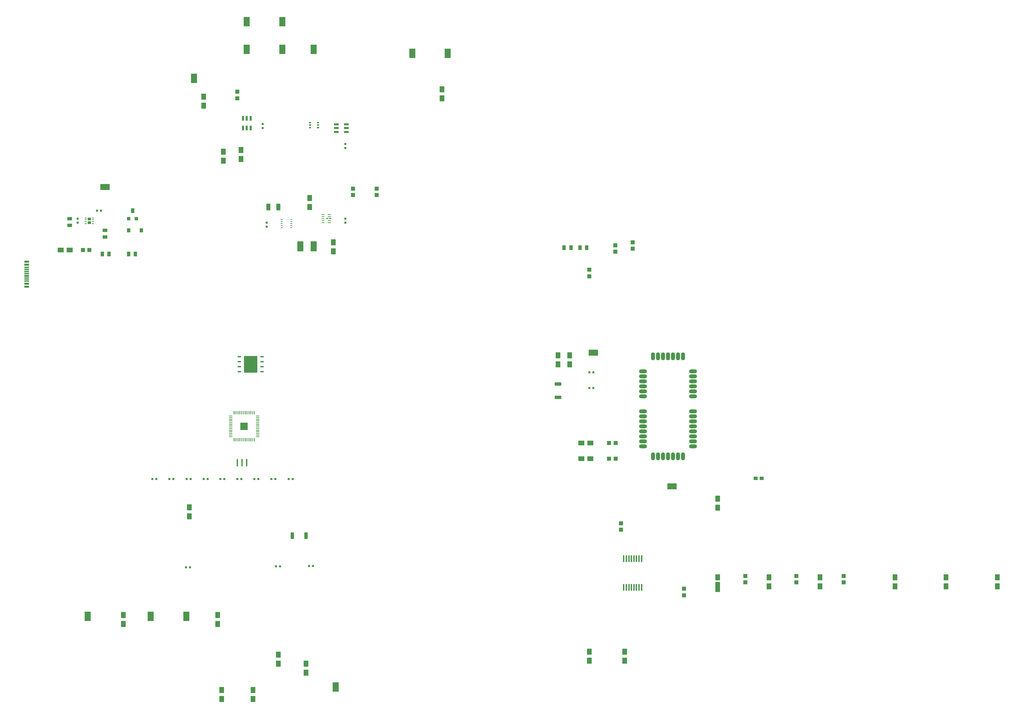
<source format=gbr>
%TF.GenerationSoftware,Altium Limited,Altium Designer,24.2.2 (26)*%
G04 Layer_Color=8421504*
%FSLAX45Y45*%
%MOMM*%
%TF.SameCoordinates,E801744C-0769-472F-B71A-A4CB6A2CC1AD*%
%TF.FilePolarity,Positive*%
%TF.FileFunction,Paste,Top*%
%TF.Part,Single*%
G01*
G75*
%TA.AperFunction,ConnectorPad*%
%ADD10R,1.27000X1.52400*%
%TA.AperFunction,SMDPad,CuDef*%
%ADD11R,1.27000X1.52400*%
G04:AMPARAMS|DCode=12|XSize=1.1mm|YSize=1.1mm|CornerRadius=0.275mm|HoleSize=0mm|Usage=FLASHONLY|Rotation=90.000|XOffset=0mm|YOffset=0mm|HoleType=Round|Shape=RoundedRectangle|*
%AMROUNDEDRECTD12*
21,1,1.10000,0.55000,0,0,90.0*
21,1,0.55000,1.10000,0,0,90.0*
1,1,0.55000,0.27500,0.27500*
1,1,0.55000,0.27500,-0.27500*
1,1,0.55000,-0.27500,-0.27500*
1,1,0.55000,-0.27500,0.27500*
%
%ADD12ROUNDEDRECTD12*%
%ADD13R,1.10000X1.10000*%
G04:AMPARAMS|DCode=14|XSize=0.91mm|YSize=1.07mm|CornerRadius=0.2275mm|HoleSize=0mm|Usage=FLASHONLY|Rotation=180.000|XOffset=0mm|YOffset=0mm|HoleType=Round|Shape=RoundedRectangle|*
%AMROUNDEDRECTD14*
21,1,0.91000,0.61500,0,0,180.0*
21,1,0.45500,1.07000,0,0,180.0*
1,1,0.45500,-0.22750,0.30750*
1,1,0.45500,0.22750,0.30750*
1,1,0.45500,0.22750,-0.30750*
1,1,0.45500,-0.22750,-0.30750*
%
%ADD14ROUNDEDRECTD14*%
%ADD15R,0.60960X0.50800*%
G04:AMPARAMS|DCode=16|XSize=0.6mm|YSize=0.25mm|CornerRadius=0.05mm|HoleSize=0mm|Usage=FLASHONLY|Rotation=0.000|XOffset=0mm|YOffset=0mm|HoleType=Round|Shape=RoundedRectangle|*
%AMROUNDEDRECTD16*
21,1,0.60000,0.15000,0,0,0.0*
21,1,0.50000,0.25000,0,0,0.0*
1,1,0.10000,0.25000,-0.07500*
1,1,0.10000,-0.25000,-0.07500*
1,1,0.10000,-0.25000,0.07500*
1,1,0.10000,0.25000,0.07500*
%
%ADD16ROUNDEDRECTD16*%
G04:AMPARAMS|DCode=17|XSize=0.9mm|YSize=0.25mm|CornerRadius=0.05mm|HoleSize=0mm|Usage=FLASHONLY|Rotation=0.000|XOffset=0mm|YOffset=0mm|HoleType=Round|Shape=RoundedRectangle|*
%AMROUNDEDRECTD17*
21,1,0.90000,0.15000,0,0,0.0*
21,1,0.80000,0.25000,0,0,0.0*
1,1,0.10000,0.40000,-0.07500*
1,1,0.10000,-0.40000,-0.07500*
1,1,0.10000,-0.40000,0.07500*
1,1,0.10000,0.40000,0.07500*
%
%ADD17ROUNDEDRECTD17*%
%ADD19R,0.50800X0.60960*%
%ADD20R,0.91440X1.27000*%
%ADD21R,0.91440X0.91440*%
%ADD22R,2.45000X1.65000*%
G04:AMPARAMS|DCode=24|XSize=0.5mm|YSize=0.25mm|CornerRadius=0.05mm|HoleSize=0mm|Usage=FLASHONLY|Rotation=0.000|XOffset=0mm|YOffset=0mm|HoleType=Round|Shape=RoundedRectangle|*
%AMROUNDEDRECTD24*
21,1,0.50000,0.15000,0,0,0.0*
21,1,0.40000,0.25000,0,0,0.0*
1,1,0.10000,0.20000,-0.07500*
1,1,0.10000,-0.20000,-0.07500*
1,1,0.10000,-0.20000,0.07500*
1,1,0.10000,0.20000,0.07500*
%
%ADD24ROUNDEDRECTD24*%
%ADD25R,1.27000X0.88900*%
G04:AMPARAMS|DCode=26|XSize=1.1mm|YSize=1.1mm|CornerRadius=0.275mm|HoleSize=0mm|Usage=FLASHONLY|Rotation=0.000|XOffset=0mm|YOffset=0mm|HoleType=Round|Shape=RoundedRectangle|*
%AMROUNDEDRECTD26*
21,1,1.10000,0.55000,0,0,0.0*
21,1,0.55000,1.10000,0,0,0.0*
1,1,0.55000,0.27500,-0.27500*
1,1,0.55000,-0.27500,-0.27500*
1,1,0.55000,-0.27500,0.27500*
1,1,0.55000,0.27500,0.27500*
%
%ADD26ROUNDEDRECTD26*%
%ADD27R,1.10000X1.10000*%
%ADD28R,1.52400X1.27000*%
%ADD29R,0.88900X1.27000*%
%TA.AperFunction,ConnectorPad*%
%ADD30R,1.15000X0.60000*%
%ADD31R,1.15000X0.30000*%
%TA.AperFunction,SMDPad,CuDef*%
%ADD32R,1.52400X2.54000*%
%ADD33R,1.00000X0.97000*%
%ADD34R,0.40000X1.90000*%
%ADD35R,1.00000X1.80000*%
%ADD36R,0.43180X1.65100*%
%ADD37R,1.65000X2.45000*%
%TA.AperFunction,ConnectorPad*%
%ADD38R,1.65000X2.45000*%
%TA.AperFunction,SMDPad,CuDef*%
%ADD39R,3.45440X4.34340*%
%ADD40R,0.96520X0.43180*%
G04:AMPARAMS|DCode=41|XSize=1.21mm|YSize=0.58mm|CornerRadius=0.0725mm|HoleSize=0mm|Usage=FLASHONLY|Rotation=0.000|XOffset=0mm|YOffset=0mm|HoleType=Round|Shape=RoundedRectangle|*
%AMROUNDEDRECTD41*
21,1,1.21000,0.43500,0,0,0.0*
21,1,1.06500,0.58000,0,0,0.0*
1,1,0.14500,0.53250,-0.21750*
1,1,0.14500,-0.53250,-0.21750*
1,1,0.14500,-0.53250,0.21750*
1,1,0.14500,0.53250,0.21750*
%
%ADD41ROUNDEDRECTD41*%
G04:AMPARAMS|DCode=42|XSize=1.21mm|YSize=0.58mm|CornerRadius=0.0725mm|HoleSize=0mm|Usage=FLASHONLY|Rotation=90.000|XOffset=0mm|YOffset=0mm|HoleType=Round|Shape=RoundedRectangle|*
%AMROUNDEDRECTD42*
21,1,1.21000,0.43500,0,0,90.0*
21,1,1.06500,0.58000,0,0,90.0*
1,1,0.14500,0.21750,0.53250*
1,1,0.14500,0.21750,-0.53250*
1,1,0.14500,-0.21750,-0.53250*
1,1,0.14500,-0.21750,0.53250*
%
%ADD42ROUNDEDRECTD42*%
%ADD43R,0.60000X0.40000*%
G04:AMPARAMS|DCode=44|XSize=0.4mm|YSize=0.6mm|CornerRadius=0.1mm|HoleSize=0mm|Usage=FLASHONLY|Rotation=90.000|XOffset=0mm|YOffset=0mm|HoleType=Round|Shape=RoundedRectangle|*
%AMROUNDEDRECTD44*
21,1,0.40000,0.40000,0,0,90.0*
21,1,0.20000,0.60000,0,0,90.0*
1,1,0.20000,0.20000,0.10000*
1,1,0.20000,0.20000,-0.10000*
1,1,0.20000,-0.20000,-0.10000*
1,1,0.20000,-0.20000,0.10000*
%
%ADD44ROUNDEDRECTD44*%
%ADD45O,2.03200X1.01600*%
%ADD46O,1.01600X2.03200*%
G04:AMPARAMS|DCode=47|XSize=0.8mm|YSize=1.7mm|CornerRadius=0.1mm|HoleSize=0mm|Usage=FLASHONLY|Rotation=270.000|XOffset=0mm|YOffset=0mm|HoleType=Round|Shape=RoundedRectangle|*
%AMROUNDEDRECTD47*
21,1,0.80000,1.50000,0,0,270.0*
21,1,0.60000,1.70000,0,0,270.0*
1,1,0.20000,-0.75000,-0.30000*
1,1,0.20000,-0.75000,0.30000*
1,1,0.20000,0.75000,0.30000*
1,1,0.20000,0.75000,-0.30000*
%
%ADD47ROUNDEDRECTD47*%
G04:AMPARAMS|DCode=48|XSize=0.8mm|YSize=1.7mm|CornerRadius=0.1mm|HoleSize=0mm|Usage=FLASHONLY|Rotation=0.000|XOffset=0mm|YOffset=0mm|HoleType=Round|Shape=RoundedRectangle|*
%AMROUNDEDRECTD48*
21,1,0.80000,1.50000,0,0,0.0*
21,1,0.60000,1.70000,0,0,0.0*
1,1,0.20000,0.30000,-0.75000*
1,1,0.20000,-0.30000,-0.75000*
1,1,0.20000,-0.30000,0.75000*
1,1,0.20000,0.30000,0.75000*
%
%ADD48ROUNDEDRECTD48*%
%ADD49R,0.60960X0.20320*%
G04:AMPARAMS|DCode=51|XSize=0.2mm|YSize=0.84mm|CornerRadius=0.025mm|HoleSize=0mm|Usage=FLASHONLY|Rotation=0.000|XOffset=0mm|YOffset=0mm|HoleType=Round|Shape=RoundedRectangle|*
%AMROUNDEDRECTD51*
21,1,0.20000,0.79000,0,0,0.0*
21,1,0.15000,0.84000,0,0,0.0*
1,1,0.05000,0.07500,-0.39500*
1,1,0.05000,-0.07500,-0.39500*
1,1,0.05000,-0.07500,0.39500*
1,1,0.05000,0.07500,0.39500*
%
%ADD51ROUNDEDRECTD51*%
G04:AMPARAMS|DCode=52|XSize=0.84mm|YSize=0.2mm|CornerRadius=0.025mm|HoleSize=0mm|Usage=FLASHONLY|Rotation=0.000|XOffset=0mm|YOffset=0mm|HoleType=Round|Shape=RoundedRectangle|*
%AMROUNDEDRECTD52*
21,1,0.84000,0.15000,0,0,0.0*
21,1,0.79000,0.20000,0,0,0.0*
1,1,0.05000,0.39500,-0.07500*
1,1,0.05000,-0.39500,-0.07500*
1,1,0.05000,-0.39500,0.07500*
1,1,0.05000,0.39500,0.07500*
%
%ADD52ROUNDEDRECTD52*%
%ADD120R,1.96000X1.96000*%
G36*
X2340800Y9734900D02*
X2341000D01*
X2341300Y9734800D01*
X2341500D01*
X2341800Y9734700D01*
X2342000Y9734600D01*
X2342300Y9734500D01*
X2342500Y9734300D01*
X2342700Y9734200D01*
X2342900Y9734000D01*
X2343100Y9733900D01*
X2343300Y9733700D01*
X2343500Y9733500D01*
X2343700Y9733300D01*
X2343900Y9733100D01*
X2344000Y9732900D01*
X2344200Y9732700D01*
X2344300Y9732500D01*
X2344500Y9732300D01*
X2344600Y9732000D01*
X2344700Y9731800D01*
X2344800Y9731500D01*
Y9731300D01*
X2344900Y9731000D01*
Y9730800D01*
X2345000Y9730500D01*
Y9730300D01*
Y9730000D01*
Y9670000D01*
Y9669700D01*
Y9669500D01*
X2344900Y9669200D01*
Y9669000D01*
X2344800Y9668700D01*
Y9668500D01*
X2344700Y9668200D01*
X2344600Y9668000D01*
X2344500Y9667700D01*
X2344300Y9667500D01*
X2344200Y9667300D01*
X2344000Y9667100D01*
X2343900Y9666900D01*
X2343700Y9666700D01*
X2343500Y9666500D01*
X2343300Y9666300D01*
X2343100Y9666100D01*
X2342900Y9666000D01*
X2342700Y9665800D01*
X2342500Y9665700D01*
X2342300Y9665500D01*
X2342000Y9665400D01*
X2341800Y9665300D01*
X2341500Y9665200D01*
X2341300D01*
X2341000Y9665100D01*
X2340800D01*
X2340500Y9665000D01*
X2259500D01*
X2259200Y9665100D01*
X2259000D01*
X2258700Y9665200D01*
X2258500D01*
X2258200Y9665300D01*
X2258000Y9665400D01*
X2257700Y9665500D01*
X2257500Y9665700D01*
X2257300Y9665800D01*
X2257100Y9666000D01*
X2256900Y9666100D01*
X2256700Y9666300D01*
X2256500Y9666500D01*
X2256300Y9666700D01*
X2256100Y9666900D01*
X2256000Y9667100D01*
X2255800Y9667300D01*
X2255700Y9667500D01*
X2255500Y9667700D01*
X2255400Y9668000D01*
X2255300Y9668200D01*
X2255200Y9668500D01*
Y9668700D01*
X2255100Y9669000D01*
Y9669200D01*
X2255000Y9669500D01*
Y9669700D01*
Y9670000D01*
Y9730000D01*
Y9730300D01*
Y9730500D01*
X2255100Y9730800D01*
Y9731000D01*
X2255200Y9731300D01*
Y9731500D01*
X2255300Y9731800D01*
X2255400Y9732000D01*
X2255500Y9732300D01*
X2255700Y9732500D01*
X2255800Y9732700D01*
X2256000Y9732900D01*
X2256100Y9733100D01*
X2256300Y9733300D01*
X2256500Y9733500D01*
X2256700Y9733700D01*
X2256900Y9733900D01*
X2257100Y9734000D01*
X2257300Y9734200D01*
X2257500Y9734300D01*
X2257700Y9734500D01*
X2258000Y9734600D01*
X2258200Y9734700D01*
X2258500Y9734800D01*
X2258700D01*
X2259000Y9734900D01*
X2259200D01*
X2259500Y9735000D01*
X2340500D01*
X2340800Y9734900D01*
D02*
G37*
G36*
Y9824900D02*
X2341000D01*
X2341300Y9824800D01*
X2341500D01*
X2341800Y9824700D01*
X2342000Y9824600D01*
X2342300Y9824500D01*
X2342500Y9824300D01*
X2342700Y9824200D01*
X2342900Y9824000D01*
X2343100Y9823900D01*
X2343300Y9823700D01*
X2343500Y9823500D01*
X2343700Y9823300D01*
X2343900Y9823100D01*
X2344000Y9822900D01*
X2344200Y9822700D01*
X2344300Y9822500D01*
X2344500Y9822300D01*
X2344600Y9822000D01*
X2344700Y9821800D01*
X2344800Y9821500D01*
Y9821300D01*
X2344900Y9821000D01*
Y9820800D01*
X2345000Y9820500D01*
Y9820300D01*
Y9820000D01*
Y9760000D01*
Y9759700D01*
Y9759500D01*
X2344900Y9759200D01*
Y9759000D01*
X2344800Y9758700D01*
Y9758500D01*
X2344700Y9758200D01*
X2344600Y9758000D01*
X2344500Y9757700D01*
X2344300Y9757500D01*
X2344200Y9757300D01*
X2344000Y9757100D01*
X2343900Y9756900D01*
X2343700Y9756700D01*
X2343500Y9756500D01*
X2343300Y9756300D01*
X2343100Y9756100D01*
X2342900Y9756000D01*
X2342700Y9755800D01*
X2342500Y9755700D01*
X2342300Y9755500D01*
X2342000Y9755400D01*
X2341800Y9755300D01*
X2341500Y9755200D01*
X2341300D01*
X2341000Y9755100D01*
X2340800D01*
X2340500Y9755000D01*
X2259500D01*
X2259200Y9755100D01*
X2259000D01*
X2258700Y9755200D01*
X2258500D01*
X2258200Y9755300D01*
X2258000Y9755400D01*
X2257700Y9755500D01*
X2257500Y9755700D01*
X2257300Y9755800D01*
X2257100Y9756000D01*
X2256900Y9756100D01*
X2256700Y9756300D01*
X2256500Y9756500D01*
X2256300Y9756700D01*
X2256100Y9756900D01*
X2256000Y9757100D01*
X2255800Y9757300D01*
X2255700Y9757500D01*
X2255500Y9757700D01*
X2255400Y9758000D01*
X2255300Y9758200D01*
X2255200Y9758500D01*
Y9758700D01*
X2255100Y9759000D01*
Y9759200D01*
X2255000Y9759500D01*
Y9759700D01*
Y9760000D01*
Y9820000D01*
Y9820300D01*
Y9820500D01*
X2255100Y9820800D01*
Y9821000D01*
X2255200Y9821300D01*
Y9821500D01*
X2255300Y9821800D01*
X2255400Y9822000D01*
X2255500Y9822300D01*
X2255700Y9822500D01*
X2255800Y9822700D01*
X2256000Y9822900D01*
X2256100Y9823100D01*
X2256300Y9823300D01*
X2256500Y9823500D01*
X2256700Y9823700D01*
X2256900Y9823900D01*
X2257100Y9824000D01*
X2257300Y9824200D01*
X2257500Y9824300D01*
X2257700Y9824500D01*
X2258000Y9824600D01*
X2258200Y9824700D01*
X2258500Y9824800D01*
X2258700D01*
X2259000Y9824900D01*
X2259200D01*
X2259500Y9825000D01*
X2340500D01*
X2340800Y9824900D01*
D02*
G37*
G36*
X6390000Y6017610D02*
X6237280D01*
Y5892830D01*
X6390000D01*
Y6017610D01*
D02*
G37*
G36*
Y6162390D02*
X6237280D01*
Y6037610D01*
X6390000D01*
Y6162390D01*
D02*
G37*
G36*
Y6307170D02*
X6237280D01*
Y6182390D01*
X6390000D01*
Y6307170D01*
D02*
G37*
G36*
X6562720Y6017610D02*
X6410000D01*
Y5892830D01*
X6562720D01*
Y6017610D01*
D02*
G37*
G36*
Y6162390D02*
X6410000D01*
Y6037610D01*
X6562720D01*
Y6162390D01*
D02*
G37*
G36*
Y6307170D02*
X6410000D01*
Y6182390D01*
X6562720D01*
Y6307170D01*
D02*
G37*
G36*
X8363300Y9812400D02*
X8363500D01*
X8363800Y9812300D01*
X8364000D01*
X8364300Y9812200D01*
X8364500Y9812100D01*
X8364800Y9812000D01*
X8365000Y9811800D01*
X8365200Y9811700D01*
X8365400Y9811500D01*
X8365600Y9811400D01*
X8365800Y9811200D01*
X8366000Y9811000D01*
X8366200Y9810800D01*
X8366400Y9810600D01*
X8366500Y9810400D01*
X8366700Y9810200D01*
X8366800Y9810000D01*
X8367000Y9809800D01*
X8367100Y9809500D01*
X8367200Y9809300D01*
X8367300Y9809000D01*
Y9808800D01*
X8367400Y9808500D01*
Y9808300D01*
X8367500Y9808000D01*
Y9807800D01*
Y9807500D01*
Y9792500D01*
Y9792200D01*
Y9792000D01*
X8367400Y9791700D01*
Y9791500D01*
X8367300Y9791200D01*
Y9791000D01*
X8367200Y9790700D01*
X8367100Y9790500D01*
X8367000Y9790200D01*
X8366800Y9790000D01*
X8366700Y9789800D01*
X8366500Y9789600D01*
X8366400Y9789400D01*
X8366200Y9789200D01*
X8366000Y9789000D01*
X8365800Y9788800D01*
X8365600Y9788600D01*
X8365400Y9788500D01*
X8365200Y9788300D01*
X8365000Y9788200D01*
X8364800Y9788000D01*
X8364500Y9787900D01*
X8364300Y9787800D01*
X8364000Y9787700D01*
X8363800D01*
X8363500Y9787600D01*
X8363300D01*
X8363000Y9787500D01*
X8317000D01*
X8316700Y9787600D01*
X8316500D01*
X8316200Y9787700D01*
X8316000D01*
X8315700Y9787800D01*
X8315500Y9787900D01*
X8315200Y9788000D01*
X8315000Y9788200D01*
X8314800Y9788300D01*
X8314600Y9788500D01*
X8314400Y9788600D01*
X8314200Y9788800D01*
X8314000Y9789000D01*
X8313800Y9789200D01*
X8313600Y9789400D01*
X8313500Y9789600D01*
X8313300Y9789800D01*
X8313200Y9790000D01*
X8313000Y9790200D01*
X8312900Y9790500D01*
X8312800Y9790700D01*
X8312700Y9791000D01*
Y9791200D01*
X8312600Y9791500D01*
Y9791700D01*
X8312500Y9792000D01*
Y9792200D01*
Y9792500D01*
Y9807500D01*
Y9807800D01*
Y9808000D01*
X8312600Y9808300D01*
Y9808500D01*
X8312700Y9808800D01*
Y9809000D01*
X8312800Y9809300D01*
X8312900Y9809500D01*
X8313000Y9809800D01*
X8313200Y9810000D01*
X8313300Y9810200D01*
X8313500Y9810400D01*
X8313600Y9810600D01*
X8313800Y9810800D01*
X8314000Y9811000D01*
X8314200Y9811200D01*
X8314400Y9811400D01*
X8314600Y9811500D01*
X8314800Y9811700D01*
X8315000Y9811800D01*
X8315200Y9812000D01*
X8315500Y9812100D01*
X8315700Y9812200D01*
X8316000Y9812300D01*
X8316200D01*
X8316500Y9812400D01*
X8316700D01*
X8317000Y9812500D01*
X8363000D01*
X8363300Y9812400D01*
D02*
G37*
G36*
X8438300D02*
X8438500D01*
X8438800Y9812300D01*
X8439000D01*
X8439300Y9812200D01*
X8439500Y9812100D01*
X8439800Y9812000D01*
X8440000Y9811800D01*
X8440200Y9811700D01*
X8440400Y9811500D01*
X8440600Y9811400D01*
X8440800Y9811200D01*
X8441000Y9811000D01*
X8441200Y9810800D01*
X8441400Y9810600D01*
X8441500Y9810400D01*
X8441700Y9810200D01*
X8441800Y9810000D01*
X8442000Y9809800D01*
X8442100Y9809500D01*
X8442200Y9809300D01*
X8442300Y9809000D01*
Y9808800D01*
X8442400Y9808500D01*
Y9808300D01*
X8442500Y9808000D01*
Y9807800D01*
Y9807500D01*
Y9792500D01*
Y9792200D01*
Y9792000D01*
X8442400Y9791700D01*
Y9791500D01*
X8442300Y9791200D01*
Y9791000D01*
X8442200Y9790700D01*
X8442100Y9790500D01*
X8442000Y9790200D01*
X8441800Y9790000D01*
X8441700Y9789800D01*
X8441500Y9789600D01*
X8441400Y9789400D01*
X8441200Y9789200D01*
X8441000Y9789000D01*
X8440800Y9788800D01*
X8440600Y9788600D01*
X8440400Y9788500D01*
X8440200Y9788300D01*
X8440000Y9788200D01*
X8439800Y9788000D01*
X8439500Y9787900D01*
X8439300Y9787800D01*
X8439000Y9787700D01*
X8438800D01*
X8438500Y9787600D01*
X8438300D01*
X8438000Y9787500D01*
X8392000D01*
X8391700Y9787600D01*
X8391500D01*
X8391200Y9787700D01*
X8391000D01*
X8390700Y9787800D01*
X8390500Y9787900D01*
X8390200Y9788000D01*
X8390000Y9788200D01*
X8389800Y9788300D01*
X8389600Y9788500D01*
X8389400Y9788600D01*
X8389200Y9788800D01*
X8389000Y9789000D01*
X8388800Y9789200D01*
X8388600Y9789400D01*
X8388500Y9789600D01*
X8388300Y9789800D01*
X8388200Y9790000D01*
X8388000Y9790200D01*
X8387900Y9790500D01*
X8387800Y9790700D01*
X8387700Y9791000D01*
Y9791200D01*
X8387600Y9791500D01*
Y9791700D01*
X8387500Y9792000D01*
Y9792200D01*
Y9792500D01*
Y9807500D01*
Y9807800D01*
Y9808000D01*
X8387600Y9808300D01*
Y9808500D01*
X8387700Y9808800D01*
Y9809000D01*
X8387800Y9809300D01*
X8387900Y9809500D01*
X8388000Y9809800D01*
X8388200Y9810000D01*
X8388300Y9810200D01*
X8388500Y9810400D01*
X8388600Y9810600D01*
X8388800Y9810800D01*
X8389000Y9811000D01*
X8389200Y9811200D01*
X8389400Y9811400D01*
X8389600Y9811500D01*
X8389800Y9811700D01*
X8390000Y9811800D01*
X8390200Y9812000D01*
X8390500Y9812100D01*
X8390700Y9812200D01*
X8391000Y9812300D01*
X8391200D01*
X8391500Y9812400D01*
X8391700D01*
X8392000Y9812500D01*
X8438000D01*
X8438300Y9812400D01*
D02*
G37*
D10*
X25360014Y460002D02*
D03*
Y688602D02*
D03*
X6460013Y-2397760D02*
D03*
Y-2169160D02*
D03*
X5660013Y-2397760D02*
D03*
Y-2169160D02*
D03*
D11*
X24060014Y460002D02*
D03*
Y688602D02*
D03*
X22760014Y460002D02*
D03*
Y688602D02*
D03*
X20860013Y460002D02*
D03*
Y688602D02*
D03*
X19560011Y460002D02*
D03*
Y688602D02*
D03*
X18260011Y460002D02*
D03*
Y688602D02*
D03*
Y2460003D02*
D03*
Y2688603D02*
D03*
X5560016Y-497760D02*
D03*
Y-269160D02*
D03*
X3160015Y-497760D02*
D03*
Y-269160D02*
D03*
X11260014Y12860002D02*
D03*
Y13088602D02*
D03*
X5200000Y12671400D02*
D03*
Y12900000D02*
D03*
X7800000Y-1728600D02*
D03*
Y-1500000D02*
D03*
X7100000D02*
D03*
Y-1271400D02*
D03*
X15900000Y-1428600D02*
D03*
Y-1200000D02*
D03*
X15000000Y-1428600D02*
D03*
Y-1200000D02*
D03*
X14501601Y6100000D02*
D03*
Y6328600D02*
D03*
X14201601D02*
D03*
Y6100000D02*
D03*
X8500000Y8971400D02*
D03*
Y9200000D02*
D03*
X6155195Y11312240D02*
D03*
Y11540840D02*
D03*
X7900000Y10328600D02*
D03*
Y10100000D02*
D03*
X5700000Y11271400D02*
D03*
Y11500000D02*
D03*
X4836700Y2242300D02*
D03*
Y2470900D02*
D03*
D12*
X21460013Y725002D02*
D03*
X20260011D02*
D03*
X18960011D02*
D03*
D13*
X21460013Y560002D02*
D03*
X20260011D02*
D03*
X18960011D02*
D03*
X17400000Y400000D02*
D03*
Y235000D02*
D03*
X15660011Y9125002D02*
D03*
Y8960002D02*
D03*
X15000000Y8500000D02*
D03*
Y8335000D02*
D03*
X15800000Y2065000D02*
D03*
Y1900000D02*
D03*
X16100000Y9200000D02*
D03*
Y9035000D02*
D03*
X6060011Y12860002D02*
D03*
Y13025002D02*
D03*
X9600000Y10400000D02*
D03*
Y10565000D02*
D03*
X9000000Y10400000D02*
D03*
Y10565000D02*
D03*
D14*
X3621000Y9500000D02*
D03*
X3300000D02*
D03*
D15*
X8800000Y11598400D02*
D03*
Y11700000D02*
D03*
Y9698400D02*
D03*
Y9800000D02*
D03*
X6800000Y9598400D02*
D03*
Y9700000D02*
D03*
X2000000Y9800000D02*
D03*
Y9698400D02*
D03*
X6700000Y12200000D02*
D03*
Y12098400D02*
D03*
D16*
X8232500Y9900000D02*
D03*
Y9850000D02*
D03*
Y9800000D02*
D03*
Y9750000D02*
D03*
Y9700000D02*
D03*
D17*
X8397500D02*
D03*
Y9750000D02*
D03*
Y9850000D02*
D03*
Y9900000D02*
D03*
D19*
X2600000Y10000000D02*
D03*
X2498400D02*
D03*
X15101601Y5900000D02*
D03*
X15000000D02*
D03*
X15101601Y5500000D02*
D03*
X15000000D02*
D03*
X4431563Y3189995D02*
D03*
X4329963D02*
D03*
X4001564D02*
D03*
X3899964D02*
D03*
X7461557D02*
D03*
X7359957D02*
D03*
X7021558D02*
D03*
X6919958D02*
D03*
X6591559D02*
D03*
X6489959D02*
D03*
X6161560D02*
D03*
X6059960D02*
D03*
X5731561D02*
D03*
X5629961D02*
D03*
X5301561D02*
D03*
X5199961D02*
D03*
X4871562D02*
D03*
X4769962D02*
D03*
X4860000Y940000D02*
D03*
X4758400D02*
D03*
X7141600Y970000D02*
D03*
X7040000D02*
D03*
X7980000Y980000D02*
D03*
X7878400D02*
D03*
D20*
X3396520Y10003200D02*
D03*
D21*
X3490500Y9800000D02*
D03*
X3300000D02*
D03*
D22*
X2700000Y10600000D02*
D03*
X15101601Y6400000D02*
D03*
X17100000Y3000000D02*
D03*
D24*
X2395000Y9820000D02*
D03*
Y9770000D02*
D03*
Y9720000D02*
D03*
Y9670000D02*
D03*
X2205000D02*
D03*
Y9720000D02*
D03*
Y9770000D02*
D03*
Y9820000D02*
D03*
D25*
X2700000Y9329820D02*
D03*
Y9500000D02*
D03*
X1800000Y9800000D02*
D03*
Y9629820D02*
D03*
X18260011Y530182D02*
D03*
Y360002D02*
D03*
D26*
X2300000Y9000000D02*
D03*
X15664999Y3700000D02*
D03*
Y4100000D02*
D03*
D27*
X2135000Y9000000D02*
D03*
X15500000Y3700000D02*
D03*
Y4100000D02*
D03*
D28*
X1800000Y9000000D02*
D03*
X1571400D02*
D03*
X15028600Y4100000D02*
D03*
X14800000D02*
D03*
X15028600Y3700000D02*
D03*
X14800000D02*
D03*
D29*
X2800000Y8900000D02*
D03*
X2629820D02*
D03*
X3300000D02*
D03*
X3470180D02*
D03*
X14760011Y9060002D02*
D03*
X14930193D02*
D03*
X14360011D02*
D03*
X14530191D02*
D03*
D30*
X707500Y8709000D02*
D03*
Y8069000D02*
D03*
Y8629000D02*
D03*
Y8149000D02*
D03*
D31*
Y8364000D02*
D03*
Y8414000D02*
D03*
Y8314000D02*
D03*
Y8264000D02*
D03*
Y8214000D02*
D03*
Y8464000D02*
D03*
Y8514000D02*
D03*
Y8564000D02*
D03*
D32*
X7657100Y9100000D02*
D03*
X8000000D02*
D03*
D33*
X19226500Y3200000D02*
D03*
X19373500D02*
D03*
D34*
X6060000Y3600000D02*
D03*
X6180000D02*
D03*
X6300000D02*
D03*
D35*
X6850000Y10100000D02*
D03*
X7100000D02*
D03*
D36*
X15871400Y436780D02*
D03*
X15937440D02*
D03*
X16003481D02*
D03*
X16066980D02*
D03*
X16133020D02*
D03*
X16196519D02*
D03*
X16262560D02*
D03*
X16328600D02*
D03*
Y1163220D02*
D03*
X16262560D02*
D03*
X16196519D02*
D03*
X16133020D02*
D03*
X16066980D02*
D03*
X16003481D02*
D03*
X15937440D02*
D03*
X15871400D02*
D03*
D37*
X2260015Y-297760D02*
D03*
X8560014Y-2097760D02*
D03*
X4760016Y-297760D02*
D03*
X3860015D02*
D03*
X7200000Y14100000D02*
D03*
X6299999D02*
D03*
X8000000D02*
D03*
X10500000Y14000000D02*
D03*
X11400001D02*
D03*
X4960016Y13360004D02*
D03*
D38*
X7199999Y14800000D02*
D03*
X6299998D02*
D03*
D39*
X6400000Y6100000D02*
D03*
D40*
X6687020Y6290500D02*
D03*
Y6163500D02*
D03*
Y6036500D02*
D03*
Y5909500D02*
D03*
X6112980D02*
D03*
Y6036500D02*
D03*
Y6163500D02*
D03*
Y6290500D02*
D03*
D41*
X8574500Y12195000D02*
D03*
Y12100000D02*
D03*
Y12005000D02*
D03*
X8825500Y12195000D02*
D03*
Y12100000D02*
D03*
Y12005000D02*
D03*
D42*
X6395000Y12351000D02*
D03*
X6300000D02*
D03*
X6205000D02*
D03*
X6395000Y12100000D02*
D03*
X6300000D02*
D03*
X6205000D02*
D03*
D43*
X7905000Y12109500D02*
D03*
Y12174500D02*
D03*
Y12239500D02*
D03*
X8105000D02*
D03*
Y12174500D02*
D03*
D44*
Y12109500D02*
D03*
D45*
X16364999Y4020500D02*
D03*
Y4147500D02*
D03*
Y4274500D02*
D03*
Y4401500D02*
D03*
Y4528500D02*
D03*
Y4655500D02*
D03*
Y4782500D02*
D03*
Y4909500D02*
D03*
Y5290500D02*
D03*
Y5417500D02*
D03*
Y5544500D02*
D03*
Y5671500D02*
D03*
Y5798500D02*
D03*
Y5925500D02*
D03*
X17635001D02*
D03*
Y5798500D02*
D03*
Y5671500D02*
D03*
Y5544500D02*
D03*
Y5417500D02*
D03*
Y5290500D02*
D03*
Y4909500D02*
D03*
Y4782500D02*
D03*
Y4655500D02*
D03*
Y4528500D02*
D03*
Y4401500D02*
D03*
Y4274500D02*
D03*
Y4147500D02*
D03*
Y4020500D02*
D03*
D46*
X16619000Y6306500D02*
D03*
X16746001D02*
D03*
X16873000D02*
D03*
X17000000D02*
D03*
X17127000D02*
D03*
X17253999D02*
D03*
X17381000D02*
D03*
Y3766500D02*
D03*
X17253999D02*
D03*
X17127000D02*
D03*
X17000000D02*
D03*
X16873000D02*
D03*
X16746001D02*
D03*
X16619000D02*
D03*
D47*
X14201601Y5600000D02*
D03*
Y5260000D02*
D03*
D48*
X7460000Y1750000D02*
D03*
X7800000D02*
D03*
D49*
X7185540Y9770000D02*
D03*
Y9720000D02*
D03*
Y9670000D02*
D03*
Y9620000D02*
D03*
Y9570000D02*
D03*
X7434460D02*
D03*
Y9620000D02*
D03*
Y9670000D02*
D03*
Y9720000D02*
D03*
Y9770000D02*
D03*
D51*
X5970000Y4183000D02*
D03*
X6010000D02*
D03*
X6050000D02*
D03*
X6090000D02*
D03*
X6130000D02*
D03*
X6170000D02*
D03*
X6210000D02*
D03*
X6250000D02*
D03*
X6290000D02*
D03*
X6330000D02*
D03*
X6370000D02*
D03*
X6410000D02*
D03*
X6450000D02*
D03*
X6490000D02*
D03*
Y4870000D02*
D03*
X6450000D02*
D03*
X6410000D02*
D03*
X6370000D02*
D03*
X6330000D02*
D03*
X6290000D02*
D03*
X6250000D02*
D03*
X6210000D02*
D03*
X6170000D02*
D03*
X6130000D02*
D03*
X6090000D02*
D03*
X6050000D02*
D03*
X6010000D02*
D03*
X5970000D02*
D03*
D52*
X5886500Y4786500D02*
D03*
Y4746500D02*
D03*
Y4706500D02*
D03*
Y4666500D02*
D03*
Y4626500D02*
D03*
Y4586500D02*
D03*
Y4546500D02*
D03*
Y4506500D02*
D03*
Y4466500D02*
D03*
Y4426500D02*
D03*
Y4386500D02*
D03*
Y4346500D02*
D03*
Y4306500D02*
D03*
Y4266500D02*
D03*
X6573500D02*
D03*
Y4306500D02*
D03*
Y4346500D02*
D03*
Y4386500D02*
D03*
Y4426500D02*
D03*
Y4466500D02*
D03*
Y4506500D02*
D03*
Y4546500D02*
D03*
Y4586500D02*
D03*
Y4626500D02*
D03*
Y4666500D02*
D03*
Y4706500D02*
D03*
Y4746500D02*
D03*
Y4786500D02*
D03*
D120*
X6230000Y4526500D02*
D03*
%TF.MD5,2f0c3eceff2b2f43842c87541fde04c2*%
M02*

</source>
